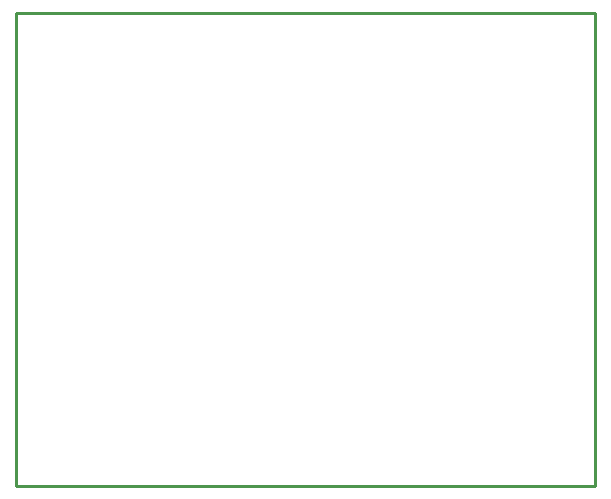
<source format=gko>
G04 Layer: BoardOutline*
G04 EasyEDA v6.4.19.5, 2021-05-18T22:58:39--5:00*
G04 66efe2adf43246afbf7e92f2808a4bb2,00a5ad12733442db97615573759eb5db,10*
G04 Gerber Generator version 0.2*
G04 Scale: 100 percent, Rotated: No, Reflected: No *
G04 Dimensions in millimeters *
G04 leading zeros omitted , absolute positions ,4 integer and 5 decimal *
%FSLAX45Y45*%
%MOMM*%

%ADD10C,0.2540*%
D10*
X0Y3999999D02*
G01*
X4900000Y3999999D01*
X4900000Y0D01*
X0Y0D01*
X0Y3999999D01*

%LPD*%
M02*

</source>
